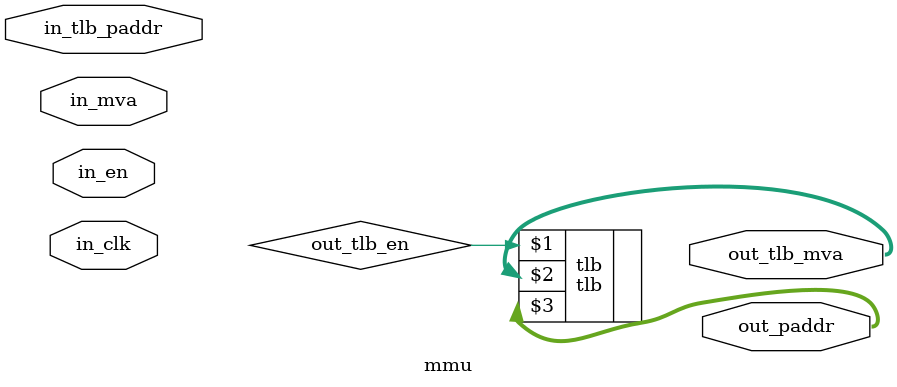
<source format=v>
`include "tlb.v"
module mmu(
    input   wire        in_clk,
    input   wire        in_en,
    input   wire [13:0] in_mva,
    input   wire [13:0] in_tlb_paddr, // output of the tlb
    output  wire [13:0] out_tlb_mva, // input to the tlb
    output  wire [13:0] out_paddr
    );

    wire out_tlb_en;

    tlb tlb(out_tlb_en, out_tlb_mva, out_paddr);
endmodule

</source>
